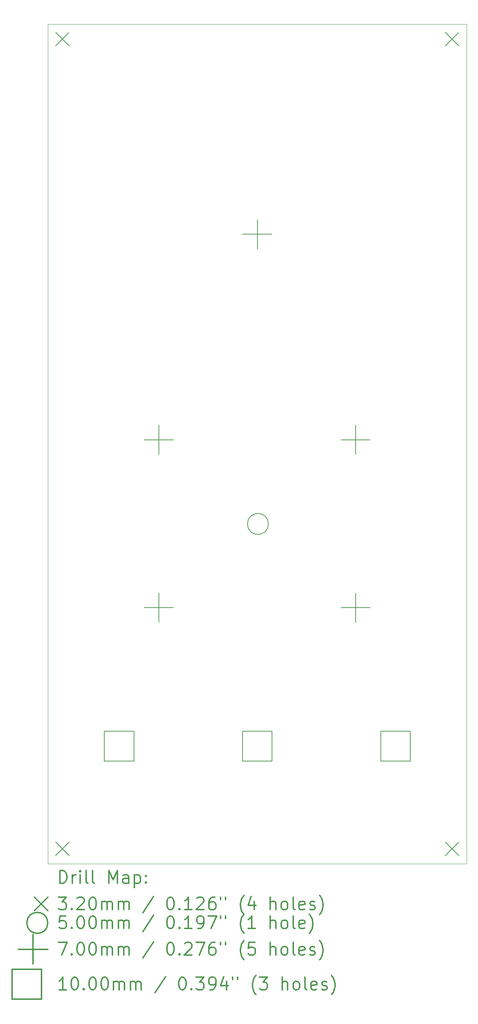
<source format=gbr>
%FSLAX45Y45*%
G04 Gerber Fmt 4.5, Leading zero omitted, Abs format (unit mm)*
G04 Created by KiCad (PCBNEW (5.1.8-0-10_14)) date 2021-09-13 18:17:27*
%MOMM*%
%LPD*%
G01*
G04 APERTURE LIST*
%TA.AperFunction,Profile*%
%ADD10C,0.050000*%
%TD*%
%ADD11C,0.200000*%
%ADD12C,0.300000*%
G04 APERTURE END LIST*
D10*
X-45000000Y-14900000D02*
X-45000000Y5100000D01*
X-35000000Y-14900000D02*
X-45000000Y-14900000D01*
X-35000000Y5100000D02*
X-35000000Y-14900000D01*
X-45000000Y5100000D02*
X-35000000Y5100000D01*
X-45000000Y100000D02*
X-45000000Y5100000D01*
D11*
X-35510000Y-14390000D02*
X-35190000Y-14710000D01*
X-35190000Y-14390000D02*
X-35510000Y-14710000D01*
X-44810000Y4910000D02*
X-44490000Y4590000D01*
X-44490000Y4910000D02*
X-44810000Y4590000D01*
X-35510000Y4910000D02*
X-35190000Y4590000D01*
X-35190000Y4910000D02*
X-35510000Y4590000D01*
X-44810000Y-14390000D02*
X-44490000Y-14710000D01*
X-44490000Y-14390000D02*
X-44810000Y-14710000D01*
X-39734549Y-6805622D02*
G75*
G03*
X-39734549Y-6805622I-250000J0D01*
G01*
X-42350000Y-4450000D02*
X-42350000Y-5150000D01*
X-42700000Y-4800000D02*
X-42000000Y-4800000D01*
X-42350000Y-8450000D02*
X-42350000Y-9150000D01*
X-42700000Y-8800000D02*
X-42000000Y-8800000D01*
X-37650000Y-8450000D02*
X-37650000Y-9150000D01*
X-38000000Y-8800000D02*
X-37300000Y-8800000D01*
X-37650000Y-4450000D02*
X-37650000Y-5150000D01*
X-38000000Y-4800000D02*
X-37300000Y-4800000D01*
X-40000000Y450000D02*
X-40000000Y-250000D01*
X-40350000Y100000D02*
X-39650000Y100000D01*
X-36346443Y-12453557D02*
X-36346443Y-11746443D01*
X-37053557Y-11746443D01*
X-37053557Y-12453557D01*
X-36346443Y-12453557D01*
X-39646443Y-12453557D02*
X-39646443Y-11746443D01*
X-40353557Y-11746443D01*
X-40353557Y-12453557D01*
X-39646443Y-12453557D01*
X-42946443Y-12453557D02*
X-42946443Y-11746443D01*
X-43653557Y-11746443D01*
X-43653557Y-12453557D01*
X-42946443Y-12453557D01*
D12*
X-44716072Y-15368214D02*
X-44716072Y-15068214D01*
X-44644643Y-15068214D01*
X-44601786Y-15082500D01*
X-44573214Y-15111071D01*
X-44558929Y-15139643D01*
X-44544643Y-15196786D01*
X-44544643Y-15239643D01*
X-44558929Y-15296786D01*
X-44573214Y-15325357D01*
X-44601786Y-15353929D01*
X-44644643Y-15368214D01*
X-44716072Y-15368214D01*
X-44416072Y-15368214D02*
X-44416072Y-15168214D01*
X-44416072Y-15225357D02*
X-44401786Y-15196786D01*
X-44387500Y-15182500D01*
X-44358929Y-15168214D01*
X-44330357Y-15168214D01*
X-44230357Y-15368214D02*
X-44230357Y-15168214D01*
X-44230357Y-15068214D02*
X-44244643Y-15082500D01*
X-44230357Y-15096786D01*
X-44216072Y-15082500D01*
X-44230357Y-15068214D01*
X-44230357Y-15096786D01*
X-44044643Y-15368214D02*
X-44073214Y-15353929D01*
X-44087500Y-15325357D01*
X-44087500Y-15068214D01*
X-43887500Y-15368214D02*
X-43916072Y-15353929D01*
X-43930357Y-15325357D01*
X-43930357Y-15068214D01*
X-43544643Y-15368214D02*
X-43544643Y-15068214D01*
X-43444643Y-15282500D01*
X-43344643Y-15068214D01*
X-43344643Y-15368214D01*
X-43073214Y-15368214D02*
X-43073214Y-15211071D01*
X-43087500Y-15182500D01*
X-43116072Y-15168214D01*
X-43173214Y-15168214D01*
X-43201786Y-15182500D01*
X-43073214Y-15353929D02*
X-43101786Y-15368214D01*
X-43173214Y-15368214D01*
X-43201786Y-15353929D01*
X-43216072Y-15325357D01*
X-43216072Y-15296786D01*
X-43201786Y-15268214D01*
X-43173214Y-15253929D01*
X-43101786Y-15253929D01*
X-43073214Y-15239643D01*
X-42930357Y-15168214D02*
X-42930357Y-15468214D01*
X-42930357Y-15182500D02*
X-42901786Y-15168214D01*
X-42844643Y-15168214D01*
X-42816072Y-15182500D01*
X-42801786Y-15196786D01*
X-42787500Y-15225357D01*
X-42787500Y-15311071D01*
X-42801786Y-15339643D01*
X-42816072Y-15353929D01*
X-42844643Y-15368214D01*
X-42901786Y-15368214D01*
X-42930357Y-15353929D01*
X-42658929Y-15339643D02*
X-42644643Y-15353929D01*
X-42658929Y-15368214D01*
X-42673214Y-15353929D01*
X-42658929Y-15339643D01*
X-42658929Y-15368214D01*
X-42658929Y-15182500D02*
X-42644643Y-15196786D01*
X-42658929Y-15211071D01*
X-42673214Y-15196786D01*
X-42658929Y-15182500D01*
X-42658929Y-15211071D01*
X-45322500Y-15702500D02*
X-45002500Y-16022500D01*
X-45002500Y-15702500D02*
X-45322500Y-16022500D01*
X-44744643Y-15698214D02*
X-44558929Y-15698214D01*
X-44658929Y-15812500D01*
X-44616072Y-15812500D01*
X-44587500Y-15826786D01*
X-44573214Y-15841071D01*
X-44558929Y-15869643D01*
X-44558929Y-15941071D01*
X-44573214Y-15969643D01*
X-44587500Y-15983929D01*
X-44616072Y-15998214D01*
X-44701786Y-15998214D01*
X-44730357Y-15983929D01*
X-44744643Y-15969643D01*
X-44430357Y-15969643D02*
X-44416072Y-15983929D01*
X-44430357Y-15998214D01*
X-44444643Y-15983929D01*
X-44430357Y-15969643D01*
X-44430357Y-15998214D01*
X-44301786Y-15726786D02*
X-44287500Y-15712500D01*
X-44258929Y-15698214D01*
X-44187500Y-15698214D01*
X-44158929Y-15712500D01*
X-44144643Y-15726786D01*
X-44130357Y-15755357D01*
X-44130357Y-15783929D01*
X-44144643Y-15826786D01*
X-44316072Y-15998214D01*
X-44130357Y-15998214D01*
X-43944643Y-15698214D02*
X-43916072Y-15698214D01*
X-43887500Y-15712500D01*
X-43873214Y-15726786D01*
X-43858929Y-15755357D01*
X-43844643Y-15812500D01*
X-43844643Y-15883929D01*
X-43858929Y-15941071D01*
X-43873214Y-15969643D01*
X-43887500Y-15983929D01*
X-43916072Y-15998214D01*
X-43944643Y-15998214D01*
X-43973214Y-15983929D01*
X-43987500Y-15969643D01*
X-44001786Y-15941071D01*
X-44016072Y-15883929D01*
X-44016072Y-15812500D01*
X-44001786Y-15755357D01*
X-43987500Y-15726786D01*
X-43973214Y-15712500D01*
X-43944643Y-15698214D01*
X-43716072Y-15998214D02*
X-43716072Y-15798214D01*
X-43716072Y-15826786D02*
X-43701786Y-15812500D01*
X-43673214Y-15798214D01*
X-43630357Y-15798214D01*
X-43601786Y-15812500D01*
X-43587500Y-15841071D01*
X-43587500Y-15998214D01*
X-43587500Y-15841071D02*
X-43573214Y-15812500D01*
X-43544643Y-15798214D01*
X-43501786Y-15798214D01*
X-43473214Y-15812500D01*
X-43458929Y-15841071D01*
X-43458929Y-15998214D01*
X-43316072Y-15998214D02*
X-43316072Y-15798214D01*
X-43316072Y-15826786D02*
X-43301786Y-15812500D01*
X-43273214Y-15798214D01*
X-43230357Y-15798214D01*
X-43201786Y-15812500D01*
X-43187500Y-15841071D01*
X-43187500Y-15998214D01*
X-43187500Y-15841071D02*
X-43173214Y-15812500D01*
X-43144643Y-15798214D01*
X-43101786Y-15798214D01*
X-43073214Y-15812500D01*
X-43058929Y-15841071D01*
X-43058929Y-15998214D01*
X-42473214Y-15683929D02*
X-42730357Y-16069643D01*
X-42087500Y-15698214D02*
X-42058929Y-15698214D01*
X-42030357Y-15712500D01*
X-42016072Y-15726786D01*
X-42001786Y-15755357D01*
X-41987500Y-15812500D01*
X-41987500Y-15883929D01*
X-42001786Y-15941071D01*
X-42016072Y-15969643D01*
X-42030357Y-15983929D01*
X-42058929Y-15998214D01*
X-42087500Y-15998214D01*
X-42116072Y-15983929D01*
X-42130357Y-15969643D01*
X-42144643Y-15941071D01*
X-42158929Y-15883929D01*
X-42158929Y-15812500D01*
X-42144643Y-15755357D01*
X-42130357Y-15726786D01*
X-42116072Y-15712500D01*
X-42087500Y-15698214D01*
X-41858929Y-15969643D02*
X-41844643Y-15983929D01*
X-41858929Y-15998214D01*
X-41873214Y-15983929D01*
X-41858929Y-15969643D01*
X-41858929Y-15998214D01*
X-41558929Y-15998214D02*
X-41730357Y-15998214D01*
X-41644643Y-15998214D02*
X-41644643Y-15698214D01*
X-41673214Y-15741071D01*
X-41701786Y-15769643D01*
X-41730357Y-15783929D01*
X-41444643Y-15726786D02*
X-41430357Y-15712500D01*
X-41401786Y-15698214D01*
X-41330357Y-15698214D01*
X-41301786Y-15712500D01*
X-41287500Y-15726786D01*
X-41273214Y-15755357D01*
X-41273214Y-15783929D01*
X-41287500Y-15826786D01*
X-41458929Y-15998214D01*
X-41273214Y-15998214D01*
X-41016072Y-15698214D02*
X-41073214Y-15698214D01*
X-41101786Y-15712500D01*
X-41116072Y-15726786D01*
X-41144643Y-15769643D01*
X-41158929Y-15826786D01*
X-41158929Y-15941071D01*
X-41144643Y-15969643D01*
X-41130357Y-15983929D01*
X-41101786Y-15998214D01*
X-41044643Y-15998214D01*
X-41016072Y-15983929D01*
X-41001786Y-15969643D01*
X-40987500Y-15941071D01*
X-40987500Y-15869643D01*
X-41001786Y-15841071D01*
X-41016072Y-15826786D01*
X-41044643Y-15812500D01*
X-41101786Y-15812500D01*
X-41130357Y-15826786D01*
X-41144643Y-15841071D01*
X-41158929Y-15869643D01*
X-40873214Y-15698214D02*
X-40873214Y-15755357D01*
X-40758929Y-15698214D02*
X-40758929Y-15755357D01*
X-40316072Y-16112500D02*
X-40330357Y-16098214D01*
X-40358929Y-16055357D01*
X-40373214Y-16026786D01*
X-40387500Y-15983929D01*
X-40401786Y-15912500D01*
X-40401786Y-15855357D01*
X-40387500Y-15783929D01*
X-40373214Y-15741071D01*
X-40358929Y-15712500D01*
X-40330357Y-15669643D01*
X-40316072Y-15655357D01*
X-40073214Y-15798214D02*
X-40073214Y-15998214D01*
X-40144643Y-15683929D02*
X-40216072Y-15898214D01*
X-40030357Y-15898214D01*
X-39687500Y-15998214D02*
X-39687500Y-15698214D01*
X-39558929Y-15998214D02*
X-39558929Y-15841071D01*
X-39573214Y-15812500D01*
X-39601786Y-15798214D01*
X-39644643Y-15798214D01*
X-39673214Y-15812500D01*
X-39687500Y-15826786D01*
X-39373214Y-15998214D02*
X-39401786Y-15983929D01*
X-39416072Y-15969643D01*
X-39430357Y-15941071D01*
X-39430357Y-15855357D01*
X-39416072Y-15826786D01*
X-39401786Y-15812500D01*
X-39373214Y-15798214D01*
X-39330357Y-15798214D01*
X-39301786Y-15812500D01*
X-39287500Y-15826786D01*
X-39273214Y-15855357D01*
X-39273214Y-15941071D01*
X-39287500Y-15969643D01*
X-39301786Y-15983929D01*
X-39330357Y-15998214D01*
X-39373214Y-15998214D01*
X-39101786Y-15998214D02*
X-39130357Y-15983929D01*
X-39144643Y-15955357D01*
X-39144643Y-15698214D01*
X-38873214Y-15983929D02*
X-38901786Y-15998214D01*
X-38958929Y-15998214D01*
X-38987500Y-15983929D01*
X-39001786Y-15955357D01*
X-39001786Y-15841071D01*
X-38987500Y-15812500D01*
X-38958929Y-15798214D01*
X-38901786Y-15798214D01*
X-38873214Y-15812500D01*
X-38858929Y-15841071D01*
X-38858929Y-15869643D01*
X-39001786Y-15898214D01*
X-38744643Y-15983929D02*
X-38716072Y-15998214D01*
X-38658929Y-15998214D01*
X-38630357Y-15983929D01*
X-38616072Y-15955357D01*
X-38616072Y-15941071D01*
X-38630357Y-15912500D01*
X-38658929Y-15898214D01*
X-38701786Y-15898214D01*
X-38730357Y-15883929D01*
X-38744643Y-15855357D01*
X-38744643Y-15841071D01*
X-38730357Y-15812500D01*
X-38701786Y-15798214D01*
X-38658929Y-15798214D01*
X-38630357Y-15812500D01*
X-38516072Y-16112500D02*
X-38501786Y-16098214D01*
X-38473214Y-16055357D01*
X-38458929Y-16026786D01*
X-38444643Y-15983929D01*
X-38430357Y-15912500D01*
X-38430357Y-15855357D01*
X-38444643Y-15783929D01*
X-38458929Y-15741071D01*
X-38473214Y-15712500D01*
X-38501786Y-15669643D01*
X-38516072Y-15655357D01*
X-45002500Y-16312500D02*
G75*
G03*
X-45002500Y-16312500I-250000J0D01*
G01*
X-44573214Y-16148214D02*
X-44716072Y-16148214D01*
X-44730357Y-16291071D01*
X-44716072Y-16276786D01*
X-44687500Y-16262500D01*
X-44616072Y-16262500D01*
X-44587500Y-16276786D01*
X-44573214Y-16291071D01*
X-44558929Y-16319643D01*
X-44558929Y-16391071D01*
X-44573214Y-16419643D01*
X-44587500Y-16433929D01*
X-44616072Y-16448214D01*
X-44687500Y-16448214D01*
X-44716072Y-16433929D01*
X-44730357Y-16419643D01*
X-44430357Y-16419643D02*
X-44416072Y-16433929D01*
X-44430357Y-16448214D01*
X-44444643Y-16433929D01*
X-44430357Y-16419643D01*
X-44430357Y-16448214D01*
X-44230357Y-16148214D02*
X-44201786Y-16148214D01*
X-44173214Y-16162500D01*
X-44158929Y-16176786D01*
X-44144643Y-16205357D01*
X-44130357Y-16262500D01*
X-44130357Y-16333929D01*
X-44144643Y-16391071D01*
X-44158929Y-16419643D01*
X-44173214Y-16433929D01*
X-44201786Y-16448214D01*
X-44230357Y-16448214D01*
X-44258929Y-16433929D01*
X-44273214Y-16419643D01*
X-44287500Y-16391071D01*
X-44301786Y-16333929D01*
X-44301786Y-16262500D01*
X-44287500Y-16205357D01*
X-44273214Y-16176786D01*
X-44258929Y-16162500D01*
X-44230357Y-16148214D01*
X-43944643Y-16148214D02*
X-43916072Y-16148214D01*
X-43887500Y-16162500D01*
X-43873214Y-16176786D01*
X-43858929Y-16205357D01*
X-43844643Y-16262500D01*
X-43844643Y-16333929D01*
X-43858929Y-16391071D01*
X-43873214Y-16419643D01*
X-43887500Y-16433929D01*
X-43916072Y-16448214D01*
X-43944643Y-16448214D01*
X-43973214Y-16433929D01*
X-43987500Y-16419643D01*
X-44001786Y-16391071D01*
X-44016072Y-16333929D01*
X-44016072Y-16262500D01*
X-44001786Y-16205357D01*
X-43987500Y-16176786D01*
X-43973214Y-16162500D01*
X-43944643Y-16148214D01*
X-43716072Y-16448214D02*
X-43716072Y-16248214D01*
X-43716072Y-16276786D02*
X-43701786Y-16262500D01*
X-43673214Y-16248214D01*
X-43630357Y-16248214D01*
X-43601786Y-16262500D01*
X-43587500Y-16291071D01*
X-43587500Y-16448214D01*
X-43587500Y-16291071D02*
X-43573214Y-16262500D01*
X-43544643Y-16248214D01*
X-43501786Y-16248214D01*
X-43473214Y-16262500D01*
X-43458929Y-16291071D01*
X-43458929Y-16448214D01*
X-43316072Y-16448214D02*
X-43316072Y-16248214D01*
X-43316072Y-16276786D02*
X-43301786Y-16262500D01*
X-43273214Y-16248214D01*
X-43230357Y-16248214D01*
X-43201786Y-16262500D01*
X-43187500Y-16291071D01*
X-43187500Y-16448214D01*
X-43187500Y-16291071D02*
X-43173214Y-16262500D01*
X-43144643Y-16248214D01*
X-43101786Y-16248214D01*
X-43073214Y-16262500D01*
X-43058929Y-16291071D01*
X-43058929Y-16448214D01*
X-42473214Y-16133929D02*
X-42730357Y-16519643D01*
X-42087500Y-16148214D02*
X-42058929Y-16148214D01*
X-42030357Y-16162500D01*
X-42016072Y-16176786D01*
X-42001786Y-16205357D01*
X-41987500Y-16262500D01*
X-41987500Y-16333929D01*
X-42001786Y-16391071D01*
X-42016072Y-16419643D01*
X-42030357Y-16433929D01*
X-42058929Y-16448214D01*
X-42087500Y-16448214D01*
X-42116072Y-16433929D01*
X-42130357Y-16419643D01*
X-42144643Y-16391071D01*
X-42158929Y-16333929D01*
X-42158929Y-16262500D01*
X-42144643Y-16205357D01*
X-42130357Y-16176786D01*
X-42116072Y-16162500D01*
X-42087500Y-16148214D01*
X-41858929Y-16419643D02*
X-41844643Y-16433929D01*
X-41858929Y-16448214D01*
X-41873214Y-16433929D01*
X-41858929Y-16419643D01*
X-41858929Y-16448214D01*
X-41558929Y-16448214D02*
X-41730357Y-16448214D01*
X-41644643Y-16448214D02*
X-41644643Y-16148214D01*
X-41673214Y-16191071D01*
X-41701786Y-16219643D01*
X-41730357Y-16233929D01*
X-41416072Y-16448214D02*
X-41358929Y-16448214D01*
X-41330357Y-16433929D01*
X-41316072Y-16419643D01*
X-41287500Y-16376786D01*
X-41273214Y-16319643D01*
X-41273214Y-16205357D01*
X-41287500Y-16176786D01*
X-41301786Y-16162500D01*
X-41330357Y-16148214D01*
X-41387500Y-16148214D01*
X-41416072Y-16162500D01*
X-41430357Y-16176786D01*
X-41444643Y-16205357D01*
X-41444643Y-16276786D01*
X-41430357Y-16305357D01*
X-41416072Y-16319643D01*
X-41387500Y-16333929D01*
X-41330357Y-16333929D01*
X-41301786Y-16319643D01*
X-41287500Y-16305357D01*
X-41273214Y-16276786D01*
X-41173214Y-16148214D02*
X-40973214Y-16148214D01*
X-41101786Y-16448214D01*
X-40873214Y-16148214D02*
X-40873214Y-16205357D01*
X-40758929Y-16148214D02*
X-40758929Y-16205357D01*
X-40316072Y-16562500D02*
X-40330357Y-16548214D01*
X-40358929Y-16505357D01*
X-40373214Y-16476786D01*
X-40387500Y-16433929D01*
X-40401786Y-16362500D01*
X-40401786Y-16305357D01*
X-40387500Y-16233929D01*
X-40373214Y-16191071D01*
X-40358929Y-16162500D01*
X-40330357Y-16119643D01*
X-40316072Y-16105357D01*
X-40044643Y-16448214D02*
X-40216072Y-16448214D01*
X-40130357Y-16448214D02*
X-40130357Y-16148214D01*
X-40158929Y-16191071D01*
X-40187500Y-16219643D01*
X-40216072Y-16233929D01*
X-39687500Y-16448214D02*
X-39687500Y-16148214D01*
X-39558929Y-16448214D02*
X-39558929Y-16291071D01*
X-39573214Y-16262500D01*
X-39601786Y-16248214D01*
X-39644643Y-16248214D01*
X-39673214Y-16262500D01*
X-39687500Y-16276786D01*
X-39373214Y-16448214D02*
X-39401786Y-16433929D01*
X-39416072Y-16419643D01*
X-39430357Y-16391071D01*
X-39430357Y-16305357D01*
X-39416072Y-16276786D01*
X-39401786Y-16262500D01*
X-39373214Y-16248214D01*
X-39330357Y-16248214D01*
X-39301786Y-16262500D01*
X-39287500Y-16276786D01*
X-39273214Y-16305357D01*
X-39273214Y-16391071D01*
X-39287500Y-16419643D01*
X-39301786Y-16433929D01*
X-39330357Y-16448214D01*
X-39373214Y-16448214D01*
X-39101786Y-16448214D02*
X-39130357Y-16433929D01*
X-39144643Y-16405357D01*
X-39144643Y-16148214D01*
X-38873214Y-16433929D02*
X-38901786Y-16448214D01*
X-38958929Y-16448214D01*
X-38987500Y-16433929D01*
X-39001786Y-16405357D01*
X-39001786Y-16291071D01*
X-38987500Y-16262500D01*
X-38958929Y-16248214D01*
X-38901786Y-16248214D01*
X-38873214Y-16262500D01*
X-38858929Y-16291071D01*
X-38858929Y-16319643D01*
X-39001786Y-16348214D01*
X-38758929Y-16562500D02*
X-38744643Y-16548214D01*
X-38716072Y-16505357D01*
X-38701786Y-16476786D01*
X-38687500Y-16433929D01*
X-38673214Y-16362500D01*
X-38673214Y-16305357D01*
X-38687500Y-16233929D01*
X-38701786Y-16191071D01*
X-38716072Y-16162500D01*
X-38744643Y-16119643D01*
X-38758929Y-16105357D01*
X-45352500Y-16592500D02*
X-45352500Y-17292500D01*
X-45702500Y-16942500D02*
X-45002500Y-16942500D01*
X-44744643Y-16778214D02*
X-44544643Y-16778214D01*
X-44673214Y-17078214D01*
X-44430357Y-17049643D02*
X-44416072Y-17063929D01*
X-44430357Y-17078214D01*
X-44444643Y-17063929D01*
X-44430357Y-17049643D01*
X-44430357Y-17078214D01*
X-44230357Y-16778214D02*
X-44201786Y-16778214D01*
X-44173214Y-16792500D01*
X-44158929Y-16806786D01*
X-44144643Y-16835357D01*
X-44130357Y-16892500D01*
X-44130357Y-16963929D01*
X-44144643Y-17021072D01*
X-44158929Y-17049643D01*
X-44173214Y-17063929D01*
X-44201786Y-17078214D01*
X-44230357Y-17078214D01*
X-44258929Y-17063929D01*
X-44273214Y-17049643D01*
X-44287500Y-17021072D01*
X-44301786Y-16963929D01*
X-44301786Y-16892500D01*
X-44287500Y-16835357D01*
X-44273214Y-16806786D01*
X-44258929Y-16792500D01*
X-44230357Y-16778214D01*
X-43944643Y-16778214D02*
X-43916072Y-16778214D01*
X-43887500Y-16792500D01*
X-43873214Y-16806786D01*
X-43858929Y-16835357D01*
X-43844643Y-16892500D01*
X-43844643Y-16963929D01*
X-43858929Y-17021072D01*
X-43873214Y-17049643D01*
X-43887500Y-17063929D01*
X-43916072Y-17078214D01*
X-43944643Y-17078214D01*
X-43973214Y-17063929D01*
X-43987500Y-17049643D01*
X-44001786Y-17021072D01*
X-44016072Y-16963929D01*
X-44016072Y-16892500D01*
X-44001786Y-16835357D01*
X-43987500Y-16806786D01*
X-43973214Y-16792500D01*
X-43944643Y-16778214D01*
X-43716072Y-17078214D02*
X-43716072Y-16878214D01*
X-43716072Y-16906786D02*
X-43701786Y-16892500D01*
X-43673214Y-16878214D01*
X-43630357Y-16878214D01*
X-43601786Y-16892500D01*
X-43587500Y-16921072D01*
X-43587500Y-17078214D01*
X-43587500Y-16921072D02*
X-43573214Y-16892500D01*
X-43544643Y-16878214D01*
X-43501786Y-16878214D01*
X-43473214Y-16892500D01*
X-43458929Y-16921072D01*
X-43458929Y-17078214D01*
X-43316072Y-17078214D02*
X-43316072Y-16878214D01*
X-43316072Y-16906786D02*
X-43301786Y-16892500D01*
X-43273214Y-16878214D01*
X-43230357Y-16878214D01*
X-43201786Y-16892500D01*
X-43187500Y-16921072D01*
X-43187500Y-17078214D01*
X-43187500Y-16921072D02*
X-43173214Y-16892500D01*
X-43144643Y-16878214D01*
X-43101786Y-16878214D01*
X-43073214Y-16892500D01*
X-43058929Y-16921072D01*
X-43058929Y-17078214D01*
X-42473214Y-16763929D02*
X-42730357Y-17149643D01*
X-42087500Y-16778214D02*
X-42058929Y-16778214D01*
X-42030357Y-16792500D01*
X-42016072Y-16806786D01*
X-42001786Y-16835357D01*
X-41987500Y-16892500D01*
X-41987500Y-16963929D01*
X-42001786Y-17021072D01*
X-42016072Y-17049643D01*
X-42030357Y-17063929D01*
X-42058929Y-17078214D01*
X-42087500Y-17078214D01*
X-42116072Y-17063929D01*
X-42130357Y-17049643D01*
X-42144643Y-17021072D01*
X-42158929Y-16963929D01*
X-42158929Y-16892500D01*
X-42144643Y-16835357D01*
X-42130357Y-16806786D01*
X-42116072Y-16792500D01*
X-42087500Y-16778214D01*
X-41858929Y-17049643D02*
X-41844643Y-17063929D01*
X-41858929Y-17078214D01*
X-41873214Y-17063929D01*
X-41858929Y-17049643D01*
X-41858929Y-17078214D01*
X-41730357Y-16806786D02*
X-41716072Y-16792500D01*
X-41687500Y-16778214D01*
X-41616072Y-16778214D01*
X-41587500Y-16792500D01*
X-41573214Y-16806786D01*
X-41558929Y-16835357D01*
X-41558929Y-16863929D01*
X-41573214Y-16906786D01*
X-41744643Y-17078214D01*
X-41558929Y-17078214D01*
X-41458929Y-16778214D02*
X-41258929Y-16778214D01*
X-41387500Y-17078214D01*
X-41016072Y-16778214D02*
X-41073214Y-16778214D01*
X-41101786Y-16792500D01*
X-41116072Y-16806786D01*
X-41144643Y-16849643D01*
X-41158929Y-16906786D01*
X-41158929Y-17021072D01*
X-41144643Y-17049643D01*
X-41130357Y-17063929D01*
X-41101786Y-17078214D01*
X-41044643Y-17078214D01*
X-41016072Y-17063929D01*
X-41001786Y-17049643D01*
X-40987500Y-17021072D01*
X-40987500Y-16949643D01*
X-41001786Y-16921072D01*
X-41016072Y-16906786D01*
X-41044643Y-16892500D01*
X-41101786Y-16892500D01*
X-41130357Y-16906786D01*
X-41144643Y-16921072D01*
X-41158929Y-16949643D01*
X-40873214Y-16778214D02*
X-40873214Y-16835357D01*
X-40758929Y-16778214D02*
X-40758929Y-16835357D01*
X-40316072Y-17192500D02*
X-40330357Y-17178214D01*
X-40358929Y-17135357D01*
X-40373214Y-17106786D01*
X-40387500Y-17063929D01*
X-40401786Y-16992500D01*
X-40401786Y-16935357D01*
X-40387500Y-16863929D01*
X-40373214Y-16821072D01*
X-40358929Y-16792500D01*
X-40330357Y-16749643D01*
X-40316072Y-16735357D01*
X-40058929Y-16778214D02*
X-40201786Y-16778214D01*
X-40216072Y-16921072D01*
X-40201786Y-16906786D01*
X-40173214Y-16892500D01*
X-40101786Y-16892500D01*
X-40073214Y-16906786D01*
X-40058929Y-16921072D01*
X-40044643Y-16949643D01*
X-40044643Y-17021072D01*
X-40058929Y-17049643D01*
X-40073214Y-17063929D01*
X-40101786Y-17078214D01*
X-40173214Y-17078214D01*
X-40201786Y-17063929D01*
X-40216072Y-17049643D01*
X-39687500Y-17078214D02*
X-39687500Y-16778214D01*
X-39558929Y-17078214D02*
X-39558929Y-16921072D01*
X-39573214Y-16892500D01*
X-39601786Y-16878214D01*
X-39644643Y-16878214D01*
X-39673214Y-16892500D01*
X-39687500Y-16906786D01*
X-39373214Y-17078214D02*
X-39401786Y-17063929D01*
X-39416072Y-17049643D01*
X-39430357Y-17021072D01*
X-39430357Y-16935357D01*
X-39416072Y-16906786D01*
X-39401786Y-16892500D01*
X-39373214Y-16878214D01*
X-39330357Y-16878214D01*
X-39301786Y-16892500D01*
X-39287500Y-16906786D01*
X-39273214Y-16935357D01*
X-39273214Y-17021072D01*
X-39287500Y-17049643D01*
X-39301786Y-17063929D01*
X-39330357Y-17078214D01*
X-39373214Y-17078214D01*
X-39101786Y-17078214D02*
X-39130357Y-17063929D01*
X-39144643Y-17035357D01*
X-39144643Y-16778214D01*
X-38873214Y-17063929D02*
X-38901786Y-17078214D01*
X-38958929Y-17078214D01*
X-38987500Y-17063929D01*
X-39001786Y-17035357D01*
X-39001786Y-16921072D01*
X-38987500Y-16892500D01*
X-38958929Y-16878214D01*
X-38901786Y-16878214D01*
X-38873214Y-16892500D01*
X-38858929Y-16921072D01*
X-38858929Y-16949643D01*
X-39001786Y-16978214D01*
X-38744643Y-17063929D02*
X-38716072Y-17078214D01*
X-38658929Y-17078214D01*
X-38630357Y-17063929D01*
X-38616072Y-17035357D01*
X-38616072Y-17021072D01*
X-38630357Y-16992500D01*
X-38658929Y-16978214D01*
X-38701786Y-16978214D01*
X-38730357Y-16963929D01*
X-38744643Y-16935357D01*
X-38744643Y-16921072D01*
X-38730357Y-16892500D01*
X-38701786Y-16878214D01*
X-38658929Y-16878214D01*
X-38630357Y-16892500D01*
X-38516072Y-17192500D02*
X-38501786Y-17178214D01*
X-38473214Y-17135357D01*
X-38458929Y-17106786D01*
X-38444643Y-17063929D01*
X-38430357Y-16992500D01*
X-38430357Y-16935357D01*
X-38444643Y-16863929D01*
X-38458929Y-16821072D01*
X-38473214Y-16792500D01*
X-38501786Y-16749643D01*
X-38516072Y-16735357D01*
X-45148943Y-18126057D02*
X-45148943Y-17418943D01*
X-45856057Y-17418943D01*
X-45856057Y-18126057D01*
X-45148943Y-18126057D01*
X-44558929Y-17908214D02*
X-44730357Y-17908214D01*
X-44644643Y-17908214D02*
X-44644643Y-17608214D01*
X-44673214Y-17651072D01*
X-44701786Y-17679643D01*
X-44730357Y-17693929D01*
X-44373214Y-17608214D02*
X-44344643Y-17608214D01*
X-44316072Y-17622500D01*
X-44301786Y-17636786D01*
X-44287500Y-17665357D01*
X-44273214Y-17722500D01*
X-44273214Y-17793929D01*
X-44287500Y-17851072D01*
X-44301786Y-17879643D01*
X-44316072Y-17893929D01*
X-44344643Y-17908214D01*
X-44373214Y-17908214D01*
X-44401786Y-17893929D01*
X-44416072Y-17879643D01*
X-44430357Y-17851072D01*
X-44444643Y-17793929D01*
X-44444643Y-17722500D01*
X-44430357Y-17665357D01*
X-44416072Y-17636786D01*
X-44401786Y-17622500D01*
X-44373214Y-17608214D01*
X-44144643Y-17879643D02*
X-44130357Y-17893929D01*
X-44144643Y-17908214D01*
X-44158929Y-17893929D01*
X-44144643Y-17879643D01*
X-44144643Y-17908214D01*
X-43944643Y-17608214D02*
X-43916072Y-17608214D01*
X-43887500Y-17622500D01*
X-43873214Y-17636786D01*
X-43858929Y-17665357D01*
X-43844643Y-17722500D01*
X-43844643Y-17793929D01*
X-43858929Y-17851072D01*
X-43873214Y-17879643D01*
X-43887500Y-17893929D01*
X-43916072Y-17908214D01*
X-43944643Y-17908214D01*
X-43973214Y-17893929D01*
X-43987500Y-17879643D01*
X-44001786Y-17851072D01*
X-44016072Y-17793929D01*
X-44016072Y-17722500D01*
X-44001786Y-17665357D01*
X-43987500Y-17636786D01*
X-43973214Y-17622500D01*
X-43944643Y-17608214D01*
X-43658929Y-17608214D02*
X-43630357Y-17608214D01*
X-43601786Y-17622500D01*
X-43587500Y-17636786D01*
X-43573214Y-17665357D01*
X-43558929Y-17722500D01*
X-43558929Y-17793929D01*
X-43573214Y-17851072D01*
X-43587500Y-17879643D01*
X-43601786Y-17893929D01*
X-43630357Y-17908214D01*
X-43658929Y-17908214D01*
X-43687500Y-17893929D01*
X-43701786Y-17879643D01*
X-43716072Y-17851072D01*
X-43730357Y-17793929D01*
X-43730357Y-17722500D01*
X-43716072Y-17665357D01*
X-43701786Y-17636786D01*
X-43687500Y-17622500D01*
X-43658929Y-17608214D01*
X-43430357Y-17908214D02*
X-43430357Y-17708214D01*
X-43430357Y-17736786D02*
X-43416072Y-17722500D01*
X-43387500Y-17708214D01*
X-43344643Y-17708214D01*
X-43316072Y-17722500D01*
X-43301786Y-17751072D01*
X-43301786Y-17908214D01*
X-43301786Y-17751072D02*
X-43287500Y-17722500D01*
X-43258929Y-17708214D01*
X-43216072Y-17708214D01*
X-43187500Y-17722500D01*
X-43173214Y-17751072D01*
X-43173214Y-17908214D01*
X-43030357Y-17908214D02*
X-43030357Y-17708214D01*
X-43030357Y-17736786D02*
X-43016072Y-17722500D01*
X-42987500Y-17708214D01*
X-42944643Y-17708214D01*
X-42916072Y-17722500D01*
X-42901786Y-17751072D01*
X-42901786Y-17908214D01*
X-42901786Y-17751072D02*
X-42887500Y-17722500D01*
X-42858929Y-17708214D01*
X-42816072Y-17708214D01*
X-42787500Y-17722500D01*
X-42773214Y-17751072D01*
X-42773214Y-17908214D01*
X-42187500Y-17593929D02*
X-42444643Y-17979643D01*
X-41801786Y-17608214D02*
X-41773214Y-17608214D01*
X-41744643Y-17622500D01*
X-41730357Y-17636786D01*
X-41716072Y-17665357D01*
X-41701786Y-17722500D01*
X-41701786Y-17793929D01*
X-41716072Y-17851072D01*
X-41730357Y-17879643D01*
X-41744643Y-17893929D01*
X-41773214Y-17908214D01*
X-41801786Y-17908214D01*
X-41830357Y-17893929D01*
X-41844643Y-17879643D01*
X-41858929Y-17851072D01*
X-41873214Y-17793929D01*
X-41873214Y-17722500D01*
X-41858929Y-17665357D01*
X-41844643Y-17636786D01*
X-41830357Y-17622500D01*
X-41801786Y-17608214D01*
X-41573214Y-17879643D02*
X-41558929Y-17893929D01*
X-41573214Y-17908214D01*
X-41587500Y-17893929D01*
X-41573214Y-17879643D01*
X-41573214Y-17908214D01*
X-41458929Y-17608214D02*
X-41273214Y-17608214D01*
X-41373214Y-17722500D01*
X-41330357Y-17722500D01*
X-41301786Y-17736786D01*
X-41287500Y-17751072D01*
X-41273214Y-17779643D01*
X-41273214Y-17851072D01*
X-41287500Y-17879643D01*
X-41301786Y-17893929D01*
X-41330357Y-17908214D01*
X-41416072Y-17908214D01*
X-41444643Y-17893929D01*
X-41458929Y-17879643D01*
X-41130357Y-17908214D02*
X-41073214Y-17908214D01*
X-41044643Y-17893929D01*
X-41030357Y-17879643D01*
X-41001786Y-17836786D01*
X-40987500Y-17779643D01*
X-40987500Y-17665357D01*
X-41001786Y-17636786D01*
X-41016072Y-17622500D01*
X-41044643Y-17608214D01*
X-41101786Y-17608214D01*
X-41130357Y-17622500D01*
X-41144643Y-17636786D01*
X-41158929Y-17665357D01*
X-41158929Y-17736786D01*
X-41144643Y-17765357D01*
X-41130357Y-17779643D01*
X-41101786Y-17793929D01*
X-41044643Y-17793929D01*
X-41016072Y-17779643D01*
X-41001786Y-17765357D01*
X-40987500Y-17736786D01*
X-40730357Y-17708214D02*
X-40730357Y-17908214D01*
X-40801786Y-17593929D02*
X-40873214Y-17808214D01*
X-40687500Y-17808214D01*
X-40587500Y-17608214D02*
X-40587500Y-17665357D01*
X-40473214Y-17608214D02*
X-40473214Y-17665357D01*
X-40030357Y-18022500D02*
X-40044643Y-18008214D01*
X-40073214Y-17965357D01*
X-40087500Y-17936786D01*
X-40101786Y-17893929D01*
X-40116072Y-17822500D01*
X-40116072Y-17765357D01*
X-40101786Y-17693929D01*
X-40087500Y-17651072D01*
X-40073214Y-17622500D01*
X-40044643Y-17579643D01*
X-40030357Y-17565357D01*
X-39944643Y-17608214D02*
X-39758929Y-17608214D01*
X-39858929Y-17722500D01*
X-39816072Y-17722500D01*
X-39787500Y-17736786D01*
X-39773214Y-17751072D01*
X-39758929Y-17779643D01*
X-39758929Y-17851072D01*
X-39773214Y-17879643D01*
X-39787500Y-17893929D01*
X-39816072Y-17908214D01*
X-39901786Y-17908214D01*
X-39930357Y-17893929D01*
X-39944643Y-17879643D01*
X-39401786Y-17908214D02*
X-39401786Y-17608214D01*
X-39273214Y-17908214D02*
X-39273214Y-17751072D01*
X-39287500Y-17722500D01*
X-39316072Y-17708214D01*
X-39358929Y-17708214D01*
X-39387500Y-17722500D01*
X-39401786Y-17736786D01*
X-39087500Y-17908214D02*
X-39116072Y-17893929D01*
X-39130357Y-17879643D01*
X-39144643Y-17851072D01*
X-39144643Y-17765357D01*
X-39130357Y-17736786D01*
X-39116072Y-17722500D01*
X-39087500Y-17708214D01*
X-39044643Y-17708214D01*
X-39016072Y-17722500D01*
X-39001786Y-17736786D01*
X-38987500Y-17765357D01*
X-38987500Y-17851072D01*
X-39001786Y-17879643D01*
X-39016072Y-17893929D01*
X-39044643Y-17908214D01*
X-39087500Y-17908214D01*
X-38816072Y-17908214D02*
X-38844643Y-17893929D01*
X-38858929Y-17865357D01*
X-38858929Y-17608214D01*
X-38587500Y-17893929D02*
X-38616072Y-17908214D01*
X-38673214Y-17908214D01*
X-38701786Y-17893929D01*
X-38716072Y-17865357D01*
X-38716072Y-17751072D01*
X-38701786Y-17722500D01*
X-38673214Y-17708214D01*
X-38616072Y-17708214D01*
X-38587500Y-17722500D01*
X-38573214Y-17751072D01*
X-38573214Y-17779643D01*
X-38716072Y-17808214D01*
X-38458929Y-17893929D02*
X-38430357Y-17908214D01*
X-38373214Y-17908214D01*
X-38344643Y-17893929D01*
X-38330357Y-17865357D01*
X-38330357Y-17851072D01*
X-38344643Y-17822500D01*
X-38373214Y-17808214D01*
X-38416072Y-17808214D01*
X-38444643Y-17793929D01*
X-38458929Y-17765357D01*
X-38458929Y-17751072D01*
X-38444643Y-17722500D01*
X-38416072Y-17708214D01*
X-38373214Y-17708214D01*
X-38344643Y-17722500D01*
X-38230357Y-18022500D02*
X-38216072Y-18008214D01*
X-38187500Y-17965357D01*
X-38173214Y-17936786D01*
X-38158929Y-17893929D01*
X-38144643Y-17822500D01*
X-38144643Y-17765357D01*
X-38158929Y-17693929D01*
X-38173214Y-17651072D01*
X-38187500Y-17622500D01*
X-38216072Y-17579643D01*
X-38230357Y-17565357D01*
M02*

</source>
